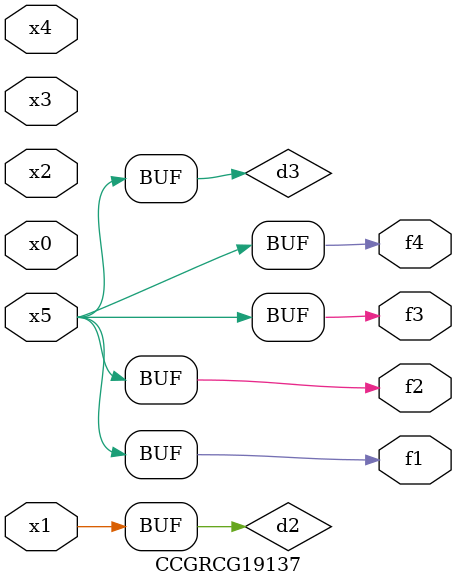
<source format=v>
module CCGRCG19137(
	input x0, x1, x2, x3, x4, x5,
	output f1, f2, f3, f4
);

	wire d1, d2, d3;

	not (d1, x5);
	or (d2, x1);
	xnor (d3, d1);
	assign f1 = d3;
	assign f2 = d3;
	assign f3 = d3;
	assign f4 = d3;
endmodule

</source>
